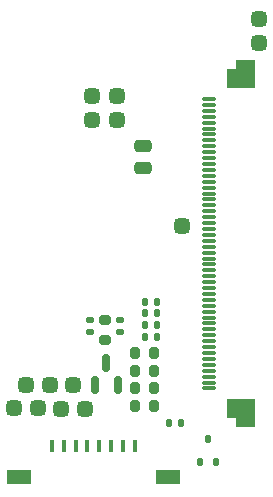
<source format=gts>
G04 #@! TF.GenerationSoftware,KiCad,Pcbnew,8.0.4*
G04 #@! TF.CreationDate,2025-03-17T12:40:48-07:00*
G04 #@! TF.ProjectId,displaypcb,64697370-6c61-4797-9063-622e6b696361,2*
G04 #@! TF.SameCoordinates,Original*
G04 #@! TF.FileFunction,Soldermask,Top*
G04 #@! TF.FilePolarity,Negative*
%FSLAX46Y46*%
G04 Gerber Fmt 4.6, Leading zero omitted, Abs format (unit mm)*
G04 Created by KiCad (PCBNEW 8.0.4) date 2025-03-17 12:40:48*
%MOMM*%
%LPD*%
G01*
G04 APERTURE LIST*
G04 Aperture macros list*
%AMRoundRect*
0 Rectangle with rounded corners*
0 $1 Rounding radius*
0 $2 $3 $4 $5 $6 $7 $8 $9 X,Y pos of 4 corners*
0 Add a 4 corners polygon primitive as box body*
4,1,4,$2,$3,$4,$5,$6,$7,$8,$9,$2,$3,0*
0 Add four circle primitives for the rounded corners*
1,1,$1+$1,$2,$3*
1,1,$1+$1,$4,$5*
1,1,$1+$1,$6,$7*
1,1,$1+$1,$8,$9*
0 Add four rect primitives between the rounded corners*
20,1,$1+$1,$2,$3,$4,$5,0*
20,1,$1+$1,$4,$5,$6,$7,0*
20,1,$1+$1,$6,$7,$8,$9,0*
20,1,$1+$1,$8,$9,$2,$3,0*%
%AMFreePoly0*
4,1,17,0.753536,1.103536,0.755000,1.100000,0.755000,0.305000,1.550000,0.305000,1.553536,0.303536,1.555000,0.300000,1.555000,-1.300000,1.553536,-1.303536,1.550000,-1.305000,-0.850000,-1.305000,-0.853536,-1.303536,-0.855000,-1.300000,-0.855000,1.100000,-0.853536,1.103536,-0.850000,1.105000,0.750000,1.105000,0.753536,1.103536,0.753536,1.103536,$1*%
%AMFreePoly1*
4,1,17,0.853536,1.103536,0.855000,1.100000,0.855000,-1.300000,0.853536,-1.303536,0.850000,-1.305000,-1.550000,-1.305000,-1.553536,-1.303536,-1.555000,-1.300000,-1.555000,0.300000,-1.553536,0.303536,-1.550000,0.305000,-0.755000,0.305000,-0.755000,1.100000,-0.753536,1.103536,-0.750000,1.105000,0.850000,1.105000,0.853536,1.103536,0.853536,1.103536,$1*%
G04 Aperture macros list end*
%ADD10FreePoly0,90.000000*%
%ADD11FreePoly1,90.000000*%
%ADD12RoundRect,0.075000X0.525000X-0.075000X0.525000X0.075000X-0.525000X0.075000X-0.525000X-0.075000X0*%
%ADD13RoundRect,0.135000X-0.135000X-0.185000X0.135000X-0.185000X0.135000X0.185000X-0.135000X0.185000X0*%
%ADD14RoundRect,0.325000X-0.325000X-0.325000X0.325000X-0.325000X0.325000X0.325000X-0.325000X0.325000X0*%
%ADD15RoundRect,0.135000X0.185000X-0.135000X0.185000X0.135000X-0.185000X0.135000X-0.185000X-0.135000X0*%
%ADD16RoundRect,0.200000X0.200000X0.275000X-0.200000X0.275000X-0.200000X-0.275000X0.200000X-0.275000X0*%
%ADD17RoundRect,0.250000X0.475000X-0.250000X0.475000X0.250000X-0.475000X0.250000X-0.475000X-0.250000X0*%
%ADD18R,2.000000X1.300000*%
%ADD19R,0.400000X1.000000*%
%ADD20RoundRect,0.150000X0.150000X-0.587500X0.150000X0.587500X-0.150000X0.587500X-0.150000X-0.587500X0*%
%ADD21RoundRect,0.200000X0.275000X-0.200000X0.275000X0.200000X-0.275000X0.200000X-0.275000X-0.200000X0*%
%ADD22RoundRect,0.112500X-0.112500X-0.237500X0.112500X-0.237500X0.112500X0.237500X-0.112500X0.237500X0*%
G04 APERTURE END LIST*
D10*
X110400000Y-86000000D03*
D11*
X110400000Y-114000000D03*
D12*
X107800000Y-87750000D03*
X107800000Y-88250000D03*
X107800000Y-88750000D03*
X107800000Y-89250000D03*
X107800000Y-89750000D03*
X107800000Y-90250000D03*
X107800000Y-90750000D03*
X107800000Y-91250000D03*
X107800000Y-91750000D03*
X107800000Y-92250000D03*
X107800000Y-92750000D03*
X107800000Y-93250000D03*
X107800000Y-93750000D03*
X107800000Y-94250000D03*
X107800000Y-94750000D03*
X107800000Y-95250000D03*
X107800000Y-95750000D03*
X107800000Y-96250000D03*
X107800000Y-96750000D03*
X107800000Y-97250000D03*
X107800000Y-97750000D03*
X107800000Y-98250000D03*
X107800000Y-98750000D03*
X107800000Y-99250000D03*
X107800000Y-99750000D03*
X107800000Y-100250000D03*
X107800000Y-100750000D03*
X107800000Y-101250000D03*
X107800000Y-101750000D03*
X107800000Y-102250000D03*
X107800000Y-102750000D03*
X107800000Y-103250000D03*
X107800000Y-103750000D03*
X107800000Y-104250000D03*
X107800000Y-104750000D03*
X107800000Y-105250000D03*
X107800000Y-105750000D03*
X107800000Y-106250000D03*
X107800000Y-106750000D03*
X107800000Y-107250000D03*
X107800000Y-107750000D03*
X107800000Y-108250000D03*
X107800000Y-108750000D03*
X107800000Y-109250000D03*
X107800000Y-109750000D03*
X107800000Y-110250000D03*
X107800000Y-110750000D03*
X107800000Y-111250000D03*
X107800000Y-111750000D03*
X107800000Y-112250000D03*
D13*
X103360000Y-105900000D03*
X102340000Y-105900000D03*
D14*
X112000000Y-81000000D03*
X112000000Y-83000000D03*
D15*
X100250000Y-106490000D03*
X100250000Y-107510000D03*
D14*
X95300000Y-114000000D03*
X91300000Y-113900000D03*
D13*
X105409999Y-115200000D03*
X104390001Y-115200000D03*
D14*
X105500000Y-98500000D03*
X96300000Y-112000000D03*
D16*
X101525000Y-113750000D03*
X103175000Y-113750000D03*
D17*
X102200000Y-91700000D03*
X102200000Y-93599998D03*
D13*
X103360000Y-104900000D03*
X102340000Y-104900000D03*
D14*
X97900000Y-89500000D03*
D16*
X101525000Y-112250000D03*
X103175000Y-112250000D03*
D14*
X92300000Y-112000000D03*
D13*
X103360000Y-106900000D03*
X102340000Y-106900000D03*
D18*
X104300000Y-119790000D03*
X91700000Y-119790000D03*
D19*
X101500000Y-117090000D03*
X100500000Y-117090000D03*
X99500000Y-117090000D03*
X98500000Y-117090000D03*
X97500000Y-117090000D03*
X96500000Y-117090000D03*
X95500000Y-117090000D03*
X94500000Y-117090000D03*
D14*
X97900000Y-87500000D03*
X94300000Y-112000000D03*
D20*
X99100000Y-110062499D03*
X100050000Y-111937500D03*
X98150000Y-111937500D03*
D16*
X101525000Y-110750000D03*
X103175000Y-110750000D03*
D14*
X97300000Y-114000000D03*
X93300000Y-113900000D03*
X100000000Y-87500000D03*
D21*
X99000000Y-106475000D03*
X99000000Y-108125000D03*
D13*
X103360000Y-107900000D03*
X102340000Y-107900000D03*
D15*
X97750000Y-106490000D03*
X97750000Y-107510000D03*
D16*
X101525000Y-109250000D03*
X103175000Y-109250000D03*
D22*
X107700000Y-116500000D03*
X108350000Y-118500000D03*
X107050000Y-118500000D03*
D14*
X100000000Y-89500000D03*
M02*

</source>
